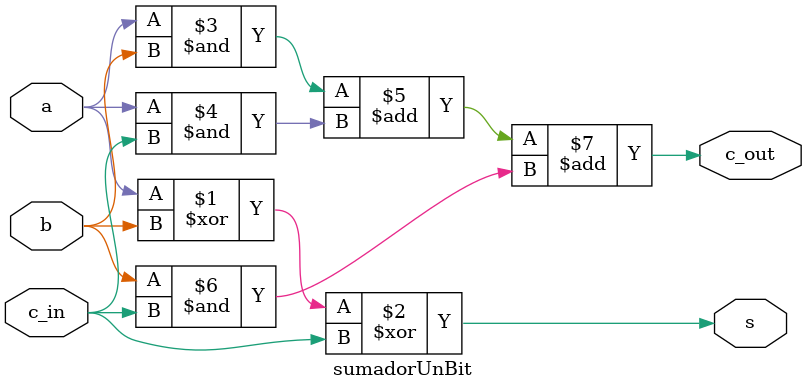
<source format=sv>
module sumadorUnBit (
	input logic a, b, c_in,
	output logic s, c_out
	
);

	assign s = a ^ b ^ c_in;
	assign c_out = (a & b) + (a & c_in) + (b & c_in);
	
endmodule
</source>
